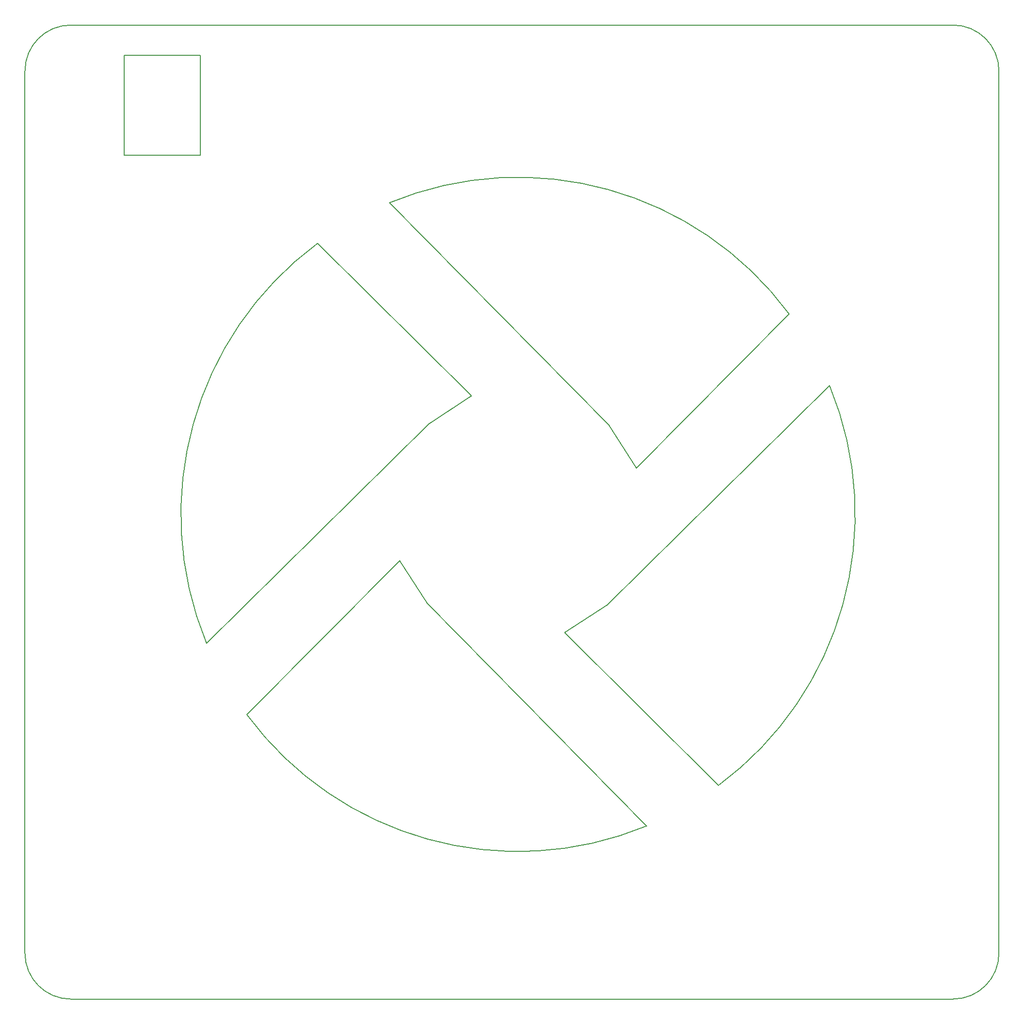
<source format=gbr>
G04 #@! TF.GenerationSoftware,KiCad,Pcbnew,(5.1.2)-2*
G04 #@! TF.CreationDate,2020-02-04T22:48:58+01:00*
G04 #@! TF.ProjectId,LED_Driver_ISSI_ALU_IS31LT3117,4c45445f-4472-4697-9665-725f49535349,rev?*
G04 #@! TF.SameCoordinates,Original*
G04 #@! TF.FileFunction,Profile,NP*
%FSLAX46Y46*%
G04 Gerber Fmt 4.6, Leading zero omitted, Abs format (unit mm)*
G04 Created by KiCad (PCBNEW (5.1.2)-2) date 2020-02-04 22:48:58*
%MOMM*%
%LPD*%
G04 APERTURE LIST*
%ADD10C,0.150000*%
%ADD11C,0.200000*%
G04 APERTURE END LIST*
D10*
X80500000Y-37750000D02*
X80500000Y-30750000D01*
X67250000Y-37750000D02*
X80500000Y-37750000D01*
X67250000Y-20250000D02*
X67250000Y-37750000D01*
X80500000Y-20250000D02*
X67250000Y-20250000D01*
X80500000Y-30750000D02*
X80500000Y-20250000D01*
D11*
X57900000Y-185000000D02*
X211900000Y-185000000D01*
X57900000Y-185000000D02*
G75*
G02X49900000Y-177000000I0J8000000D01*
G01*
X219900000Y-177000000D02*
G75*
G02X211900000Y-185000000I-8000000J0D01*
G01*
X49900000Y-23000000D02*
G75*
G02X57900000Y-15000000I8000000J0D01*
G01*
X219900000Y-177000000D02*
X219900000Y-23000000D01*
X211900000Y-15000000D02*
X57900000Y-15000000D01*
X49900000Y-23000000D02*
X49900000Y-177000000D01*
X211900000Y-15000000D02*
G75*
G02X219900000Y-23000000I0J-8000000D01*
G01*
X113497858Y-46019926D02*
X151760000Y-84825000D01*
X127847180Y-79753117D02*
X100987267Y-53085902D01*
X113497858Y-46019927D02*
G75*
G02X183277768Y-65427462I22463790J-54382118D01*
G01*
X81579732Y-122865812D02*
G75*
G02X100987267Y-53085902I54382118J22463790D01*
G01*
X144076520Y-121050928D02*
X170936433Y-147718143D01*
X190343969Y-77938233D02*
G75*
G02X170936433Y-147718143I-54382119J-22463789D01*
G01*
X120163700Y-115979045D02*
X115312945Y-108516692D01*
X158425640Y-154784140D02*
G75*
G02X88645730Y-135376605I-22463790J54382118D01*
G01*
X190343969Y-77938233D02*
X151538873Y-116200172D01*
X158425640Y-154784141D02*
X120163700Y-115979045D01*
X115312945Y-108516692D02*
X88645730Y-135376605D01*
X151760000Y-84825000D02*
X156610756Y-92287353D01*
X81579731Y-122865812D02*
X120384828Y-84603873D01*
X120384828Y-84603873D02*
X127847180Y-79753117D01*
X151538873Y-116200172D02*
X144076520Y-121050928D01*
X156610756Y-92287353D02*
X183277768Y-65427462D01*
M02*

</source>
